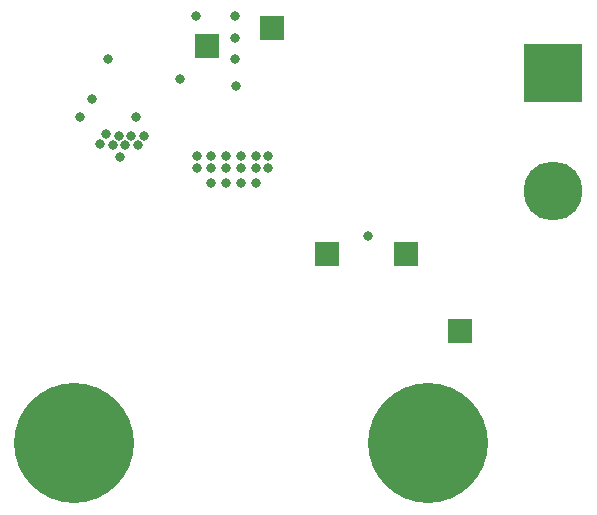
<source format=gbr>
%TF.GenerationSoftware,KiCad,Pcbnew,(6.0.8)*%
%TF.CreationDate,2023-02-08T18:10:39+01:00*%
%TF.ProjectId,power supply prototype,706f7765-7220-4737-9570-706c79207072,rev?*%
%TF.SameCoordinates,Original*%
%TF.FileFunction,Copper,L3,Inr*%
%TF.FilePolarity,Positive*%
%FSLAX46Y46*%
G04 Gerber Fmt 4.6, Leading zero omitted, Abs format (unit mm)*
G04 Created by KiCad (PCBNEW (6.0.8)) date 2023-02-08 18:10:39*
%MOMM*%
%LPD*%
G01*
G04 APERTURE LIST*
%TA.AperFunction,ComponentPad*%
%ADD10R,2.000000X2.000000*%
%TD*%
%TA.AperFunction,ComponentPad*%
%ADD11R,5.000000X5.000000*%
%TD*%
%TA.AperFunction,ComponentPad*%
%ADD12O,5.000000X5.000000*%
%TD*%
%TA.AperFunction,ComponentPad*%
%ADD13C,10.160000*%
%TD*%
%TA.AperFunction,ViaPad*%
%ADD14C,0.800000*%
%TD*%
G04 APERTURE END LIST*
D10*
%TO.N,/power supply/COMP*%
%TO.C,TP4*%
X134400000Y-78400000D03*
%TD*%
%TO.N,+BATT*%
%TO.C,TP1*%
X139900000Y-76900000D03*
%TD*%
%TO.N,Net-(L1-Pad2)*%
%TO.C,TP5*%
X144500000Y-96000000D03*
%TD*%
%TO.N,+5V*%
%TO.C,TP3*%
X155750000Y-102500000D03*
%TD*%
%TO.N,+5V*%
%TO.C,TP2*%
X151200000Y-96000000D03*
%TD*%
D11*
%TO.N,+BATT*%
%TO.C,Input*%
X163700000Y-80700000D03*
D12*
%TO.N,-BATT*%
X163700000Y-90700000D03*
%TD*%
D13*
%TO.N,+5V*%
%TO.C,J1*%
X153100000Y-112000000D03*
%TO.N,-BATT*%
X123130000Y-112000000D03*
%TD*%
D14*
%TO.N,-BATT*%
X136750000Y-77750000D03*
X136750000Y-79500000D03*
X138500000Y-90000000D03*
X137250000Y-90000000D03*
X136000000Y-90000000D03*
X134750000Y-90000000D03*
X139500000Y-88750000D03*
X139500000Y-87750000D03*
X138500000Y-88750000D03*
X138500000Y-87750000D03*
X137250000Y-88750000D03*
X137250000Y-87750000D03*
X136000000Y-88750000D03*
X136000000Y-87750000D03*
X134750000Y-88750000D03*
X134750000Y-87750000D03*
X133500000Y-88750000D03*
X133500000Y-87750000D03*
%TO.N,+5V*%
X148000000Y-94500000D03*
%TO.N,-BATT*%
X126400000Y-86800000D03*
X128500000Y-86800000D03*
X126900000Y-86000000D03*
X133400000Y-75900000D03*
X136700000Y-75900000D03*
X129000000Y-86000000D03*
X125800000Y-85900000D03*
X127400000Y-86800000D03*
X125300000Y-86700000D03*
X132100000Y-81200000D03*
X136800000Y-81800000D03*
X127900000Y-86000000D03*
%TO.N,/power supply/LX*%
X127000000Y-87800000D03*
X123600000Y-84400000D03*
%TO.N,+5V*%
X126000000Y-79500000D03*
%TO.N,/power supply/RESET*%
X124600000Y-82900000D03*
X128399248Y-84454917D03*
%TD*%
M02*

</source>
